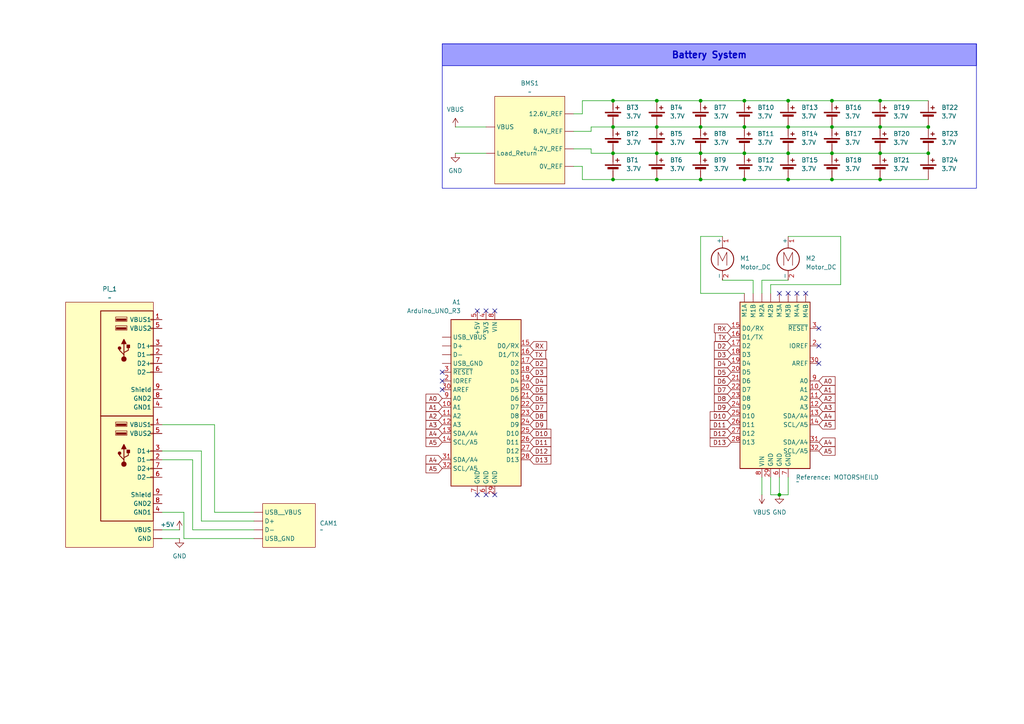
<source format=kicad_sch>
(kicad_sch (version 20231120) (generator "eeschema") (generator_version "8.0")
  (paper "A4")
  (lib_symbols
    (symbol "Device:Battery_Cell" (pin_numbers hide) (pin_names (offset 0) hide)
      (property "Reference" "BT" (at 2.54 2.54 0))
      (property "Value" "Battery_Cell" (at 2.54 0 0))
      (symbol "Battery_Cell_0_1"
        (rectangle (start -2.286 1.778) (end 2.286 1.524) (fill (type outline)))
        (rectangle (start -1.524 1.016) (end 1.524 0.508) (fill (type outline)))
        (polyline (pts (xy 0 0.762) (xy 0 0)))
        (polyline (pts (xy 0 1.778) (xy 0 2.54)))
        (polyline (pts (xy 0.762 3.048) (xy 1.778 3.048)) (stroke (width 0.254)))
        (polyline (pts (xy 1.27 3.556) (xy 1.27 2.54)) (stroke (width 0.254)))
      )
      (symbol "Battery_Cell_1_1"
        (pin passive line (at 0 5.08 270) (length 2.54) (name "+") (number "1"))
        (pin passive line (at 0 -2.54 90) (length 2.54) (name "-") (number "2"))
      )
    )
    (symbol "MCU_Module:Arduino_UNO_R3"
      (property "Reference" "A1" (at 7.2741 27.94 0))
      (property "Value" "Arduino_UNO_R3" (at 7.2741 25.4 0))
      (symbol "Arduino_UNO_R3_0_1"
        (rectangle (start -10.16 22.86) (end 10.16 -25.4) (stroke (width 0.254)) (fill (type background)))
      )
      (symbol "Arduino_UNO_R3_1_1"
        (pin input line (at 12.7 15.24 180) (length 2.54) (name "D+") (number ""))
        (pin input line (at 12.7 12.7 180) (length 2.54) (name "D-") (number ""))
        (pin input line (at 12.7 10.16 180) (length 2.54) (name "USB_GND") (number ""))
        (pin input line (at 12.7 17.78 180) (length 2.54) (name "USB_VBUS") (number ""))
        (pin no_connect line (at -10.16 -20.32 0) (length 2.54) hide (name "NC") (number "1"))
        (pin bidirectional line (at 12.7 -2.54 180) (length 2.54) (name "A1") (number "10"))
        (pin bidirectional line (at 12.7 -5.08 180) (length 2.54) (name "A2") (number "11"))
        (pin bidirectional line (at 12.7 -7.62 180) (length 2.54) (name "A3") (number "12"))
        (pin bidirectional line (at 12.7 -10.16 180) (length 2.54) (name "SDA/A4") (number "13"))
        (pin bidirectional line (at 12.7 -12.7 180) (length 2.54) (name "SCL/A5") (number "14"))
        (pin bidirectional line (at -12.7 15.24 0) (length 2.54) (name "D0/RX") (number "15"))
        (pin bidirectional line (at -12.7 12.7 0) (length 2.54) (name "D1/TX") (number "16"))
        (pin bidirectional line (at -12.7 10.16 0) (length 2.54) (name "D2") (number "17"))
        (pin bidirectional line (at -12.7 7.62 0) (length 2.54) (name "D3") (number "18"))
        (pin bidirectional line (at -12.7 5.08 0) (length 2.54) (name "D4") (number "19"))
        (pin output line (at 12.7 5.08 180) (length 2.54) (name "IOREF") (number "2"))
        (pin bidirectional line (at -12.7 2.54 0) (length 2.54) (name "D5") (number "20"))
        (pin bidirectional line (at -12.7 0 0) (length 2.54) (name "D6") (number "21"))
        (pin bidirectional line (at -12.7 -2.54 0) (length 2.54) (name "D7") (number "22"))
        (pin bidirectional line (at -12.7 -5.08 0) (length 2.54) (name "D8") (number "23"))
        (pin bidirectional line (at -12.7 -7.62 0) (length 2.54) (name "D9") (number "24"))
        (pin bidirectional line (at -12.7 -10.16 0) (length 2.54) (name "D10") (number "25"))
        (pin bidirectional line (at -12.7 -12.7 0) (length 2.54) (name "D11") (number "26"))
        (pin bidirectional line (at -12.7 -15.24 0) (length 2.54) (name "D12") (number "27"))
        (pin bidirectional line (at -12.7 -17.78 0) (length 2.54) (name "D13") (number "28"))
        (pin power_in line (at -2.54 -27.94 90) (length 2.54) (name "GND") (number "29"))
        (pin input line (at 12.7 7.62 180) (length 2.54) (name "~{RESET}") (number "3"))
        (pin input line (at 12.7 2.54 180) (length 2.54) (name "AREF") (number "30"))
        (pin bidirectional line (at 12.7 -17.78 180) (length 2.54) (name "SDA/A4") (number "31"))
        (pin bidirectional line (at 12.7 -20.32 180) (length 2.54) (name "SCL/A5") (number "32"))
        (pin power_out line (at 0 25.4 270) (length 2.54) (name "3V3") (number "4"))
        (pin power_out line (at 2.54 25.4 270) (length 2.54) (name "+5V") (number "5"))
        (pin power_in line (at 0 -27.94 90) (length 2.54) (name "GND") (number "6"))
        (pin power_in line (at 2.54 -27.94 90) (length 2.54) (name "GND") (number "7"))
        (pin power_in line (at -2.54 25.4 270) (length 2.54) (name "VIN") (number "8"))
        (pin bidirectional line (at 12.7 0 180) (length 2.54) (name "A0") (number "9"))
      )
    )
    (symbol "Motor:Motor_DC" (pin_names (offset 0))
      (property "Reference" "M" (at 2.54 2.54 0))
      (property "Value" "Motor_DC" (at 2.54 -5.08 0))
      (symbol "Motor_DC_0_0"
        (polyline (pts (xy -1.27 -3.302) (xy -1.27 0.508) (xy 0 -2.032) (xy 1.27 0.508) (xy 1.27 -3.302)))
      )
      (symbol "Motor_DC_0_1"
        (circle (center 0 -1.524) (radius 3.2512) (stroke (width 0.254)))
        (polyline (pts (xy 0 -7.62) (xy 0 -7.112)))
        (polyline (pts (xy 0 -4.7752) (xy 0 -5.1816)))
        (polyline (pts (xy 0 1.7272) (xy 0 2.0828)))
        (polyline (pts (xy 0 2.032) (xy 0 2.54)))
      )
      (symbol "Motor_DC_1_1"
        (pin passive line (at 0 5.08 270) (length 2.54) (name "+") (number "1"))
        (pin passive line (at 0 -7.62 90) (length 2.54) (name "-") (number "2"))
      )
    )
    (symbol "[TT]Library:CAMERA"
      (property "Reference" "U" (at 0 0 0))
      (symbol "CAMERA_0_1"
        (rectangle (start -7.62 6.35) (end 7.62 -6.35) (fill (type background)))
      )
      (symbol "CAMERA_1_1"
        (pin input line (at -10.16 1.27 0) (length 2.54) (name "D+") (number ""))
        (pin input line (at -10.16 -1.27 0) (length 2.54) (name "D-") (number ""))
        (pin input line (at -10.16 -3.81 0) (length 2.54) (name "USB_GND") (number ""))
        (pin input line (at -10.16 3.81 0) (length 2.54) (name "USB__VBUS") (number ""))
      )
    )
    (symbol "[TT]Library:L298P4CMS"
      (property "Reference" "U" (at 0 0 0))
      (symbol "L298P4CMS_0_1"
        (rectangle (start -10.16 22.86) (end 10.16 -25.4) (stroke (width 0.254)) (fill (type background)))
      )
      (symbol "L298P4CMS_1_1"
        (pin bidirectional line (at -8.89 25.4 270) (length 2.54) (name "M1A") (number ""))
        (pin bidirectional line (at -6.35 25.4 270) (length 2.54) (name "M1B") (number ""))
        (pin bidirectional line (at -3.81 25.4 270) (length 2.54) (name "M2A") (number ""))
        (pin bidirectional line (at -1.27 25.4 270) (length 2.54) (name "M2B") (number ""))
        (pin bidirectional line (at 1.27 25.4 270) (length 2.54) (name "M3A") (number ""))
        (pin bidirectional line (at 3.81 25.4 270) (length 2.54) (name "M3B") (number ""))
        (pin bidirectional line (at 6.35 25.4 270) (length 2.54) (name "M4A") (number ""))
        (pin bidirectional line (at 8.89 25.4 270) (length 2.54) (name "M4B") (number ""))
        (pin bidirectional line (at 12.7 -2.54 180) (length 2.54) (name "A1") (number "10"))
        (pin bidirectional line (at 12.7 -5.08 180) (length 2.54) (name "A2") (number "11"))
        (pin bidirectional line (at 12.7 -7.62 180) (length 2.54) (name "A3") (number "12"))
        (pin bidirectional line (at 12.7 -10.16 180) (length 2.54) (name "SDA/A4") (number "13"))
        (pin bidirectional line (at 12.7 -12.7 180) (length 2.54) (name "SCL/A5") (number "14"))
        (pin bidirectional line (at -12.7 15.24 0) (length 2.54) (name "D0/RX") (number "15"))
        (pin bidirectional line (at -12.7 12.7 0) (length 2.54) (name "D1/TX") (number "16"))
        (pin bidirectional line (at -12.7 10.16 0) (length 2.54) (name "D2") (number "17"))
        (pin input line (at -12.7 7.62 0) (length 2.54) (name "D3") (number "18"))
        (pin input line (at -12.7 5.08 0) (length 2.54) (name "D4") (number "19"))
        (pin output line (at 12.7 10.16 180) (length 2.54) (name "IOREF") (number "2"))
        (pin input line (at -12.7 2.54 0) (length 2.54) (name "D5") (number "20"))
        (pin input line (at -12.7 0 0) (length 2.54) (name "D6") (number "21"))
        (pin input line (at -12.7 -2.54 0) (length 2.54) (name "D7") (number "22"))
        (pin input line (at -12.7 -5.08 0) (length 2.54) (name "D8") (number "23"))
        (pin input line (at -12.7 -7.62 0) (length 2.54) (name "D9") (number "24"))
        (pin input line (at -12.7 -10.16 0) (length 2.54) (name "D10") (number "25"))
        (pin bidirectional line (at -12.7 -12.7 0) (length 2.54) (name "D11") (number "26"))
        (pin bidirectional line (at -12.7 -15.24 0) (length 2.54) (name "D12") (number "27"))
        (pin bidirectional line (at -12.7 -17.78 0) (length 2.54) (name "D13") (number "28"))
        (pin power_in line (at -1.27 -27.94 90) (length 2.54) (name "GND") (number "29"))
        (pin input line (at 12.7 15.24 180) (length 2.54) (name "~{RESET}") (number "3"))
        (pin input line (at 12.7 5.08 180) (length 2.54) (name "AREF") (number "30"))
        (pin bidirectional line (at 12.7 -17.78 180) (length 2.54) (name "SDA/A4") (number "31"))
        (pin bidirectional line (at 12.7 -20.32 180) (length 2.54) (name "SCL/A5") (number "32"))
        (pin power_in line (at 1.27 -27.94 90) (length 2.54) (name "GND") (number "6"))
        (pin power_in line (at 3.81 -27.94 90) (length 2.54) (name "GND") (number "7"))
        (pin power_in line (at -3.81 -27.94 90) (length 2.54) (name "VIN") (number "8"))
        (pin bidirectional line (at 12.7 0 180) (length 2.54) (name "A0") (number "9"))
      )
    )
    (symbol "[TT]Library:PI_5"
      (property "Reference" "Pi_5" (at 0.508 -2.286 0))
      (symbol "PI_5_0_1"
        (rectangle (start -5.08 35.56) (end 20.32 -35.56) (fill (type background)))
        (polyline (pts (xy 11.176 -6.985) (xy 12.446 -6.985) (xy 11.811 -5.715) (xy 11.176 -6.985)) (stroke (width 0.254)) (fill (type outline)))
        (polyline (pts (xy 11.176 23.495) (xy 12.446 23.495) (xy 11.811 24.765) (xy 11.176 23.495)) (stroke (width 0.254)) (fill (type outline)))
        (polyline (pts (xy 11.811 -10.795) (xy 11.811 -10.16) (xy 10.541 -8.89) (xy 10.541 -8.255)) (stroke (width 0.254)))
        (polyline (pts (xy 11.811 -10.16) (xy 11.811 -9.525) (xy 13.081 -8.89) (xy 13.081 -7.62)) (stroke (width 0.254)))
        (polyline (pts (xy 11.811 19.685) (xy 11.811 20.32) (xy 10.541 21.59) (xy 10.541 22.225)) (stroke (width 0.254)))
        (polyline (pts (xy 11.811 20.32) (xy 11.811 20.955) (xy 13.081 21.59) (xy 13.081 22.86)) (stroke (width 0.254)))
        (rectangle (start 5.08 2.54) (end 20.32 -27.94) (stroke (width 0.254)) (fill (type background)))
        (rectangle (start 5.08 33.02) (end 20.32 2.54) (stroke (width 0.254)) (fill (type background)))
        (circle (center 10.541 -8.255) (radius 0.381) (stroke (width 0.254)) (fill (type outline)))
        (circle (center 10.541 22.225) (radius 0.381) (stroke (width 0.254)) (fill (type outline)))
        (circle (center 11.811 -11.43) (radius 0.635) (stroke (width 0.254)) (fill (type outline)))
        (circle (center 11.811 19.05) (radius 0.635) (stroke (width 0.254)) (fill (type outline)))
        (rectangle (start 12.446 -2.794) (end 9.652 -2.286) (fill (type outline)))
        (rectangle (start 12.446 -0.254) (end 9.652 0.254) (fill (type outline)))
        (rectangle (start 12.446 27.686) (end 9.652 28.194) (fill (type outline)))
        (rectangle (start 12.446 30.226) (end 9.652 30.734) (fill (type outline)))
        (rectangle (start 12.7 -7.366) (end 13.462 -8.128) (stroke (width 0.254)) (fill (type outline)))
        (rectangle (start 12.7 -3.048) (end 9.398 -1.778))
        (rectangle (start 12.7 -0.508) (end 9.398 0.762))
        (rectangle (start 12.7 23.114) (end 13.462 22.352) (stroke (width 0.254)) (fill (type outline)))
        (rectangle (start 12.7 27.432) (end 9.398 28.702))
        (rectangle (start 12.7 29.972) (end 9.398 31.242))
        (rectangle (start 20.32 -15.367) (end 19.558 -15.113))
        (rectangle (start 20.32 -12.827) (end 19.558 -12.573))
        (rectangle (start 20.32 -10.287) (end 19.558 -10.033))
        (rectangle (start 20.32 -7.747) (end 19.558 -7.493))
        (rectangle (start 20.32 -2.667) (end 19.558 -2.413))
        (rectangle (start 20.32 -0.127) (end 19.558 0.127))
        (rectangle (start 20.32 15.113) (end 19.558 15.367))
        (rectangle (start 20.32 17.653) (end 19.558 17.907))
        (rectangle (start 20.32 20.193) (end 19.558 20.447))
        (rectangle (start 20.32 22.733) (end 19.558 22.987))
        (rectangle (start 20.32 27.813) (end 19.558 28.067))
        (rectangle (start 20.32 30.353) (end 19.558 30.607))
      )
      (symbol "PI_5_1_1"
        (polyline (pts (xy 11.811 -9.525) (xy 11.811 -6.985)) (stroke (width 0.254)))
        (polyline (pts (xy 11.811 20.955) (xy 11.811 23.495)) (stroke (width 0.254)))
        (pin power_in line (at 22.86 -33.02 180) (length 2.54) (name "GND") (number ""))
        (pin power_in line (at 22.86 -30.48 180) (length 2.54) (name "VBUS") (number ""))
        (pin power_in line (at 22.86 0 180) (length 2.54) (name "VBUS1") (number "1"))
        (pin power_in line (at 22.86 30.48 180) (length 2.54) (name "VBUS1") (number "1"))
        (pin bidirectional line (at 22.86 -10.16 180) (length 2.54) (name "D1-") (number "2"))
        (pin bidirectional line (at 22.86 20.32 180) (length 2.54) (name "D1-") (number "2"))
        (pin bidirectional line (at 22.86 -7.62 180) (length 2.54) (name "D1+") (number "3"))
        (pin bidirectional line (at 22.86 22.86 180) (length 2.54) (name "D1+") (number "3"))
        (pin power_in line (at 22.86 -25.4 180) (length 2.54) (name "GND1") (number "4"))
        (pin power_in line (at 22.86 5.08 180) (length 2.54) (name "GND1") (number "4"))
        (pin power_in line (at 22.86 -2.54 180) (length 2.54) (name "VBUS2") (number "5"))
        (pin power_in line (at 22.86 27.94 180) (length 2.54) (name "VBUS2") (number "5"))
        (pin bidirectional line (at 22.86 -15.24 180) (length 2.54) (name "D2-") (number "6"))
        (pin bidirectional line (at 22.86 15.24 180) (length 2.54) (name "D2-") (number "6"))
        (pin bidirectional line (at 22.86 -12.7 180) (length 2.54) (name "D2+") (number "7"))
        (pin bidirectional line (at 22.86 17.78 180) (length 2.54) (name "D2+") (number "7"))
        (pin power_in line (at 22.86 -22.86 180) (length 2.54) (name "GND2") (number "8"))
        (pin power_in line (at 22.86 7.62 180) (length 2.54) (name "GND2") (number "8"))
        (pin passive line (at 22.86 -20.32 180) (length 2.54) (name "Shield") (number "9"))
        (pin passive line (at 22.86 10.16 180) (length 2.54) (name "Shield") (number "9"))
      )
    )
    (symbol "[TT]Library:bms"
      (property "Reference" "BMS" (at -1.778 -0.254 0))
      (symbol "bms_0_1"
        (rectangle (start -10.16 12.7) (end 10.16 -12.7) (fill (type background)))
      )
      (symbol "bms_1_1"
        (pin bidirectional line (at 12.7 -7.62 180) (length 2.54) (name "0V_REF") (number ""))
        (pin bidirectional line (at 12.7 7.62 180) (length 2.54) (name "12.6V_REF") (number ""))
        (pin bidirectional line (at 12.7 -2.54 180) (length 2.54) (name "4.2V_REF") (number ""))
        (pin bidirectional line (at 12.7 2.54 180) (length 2.54) (name "8.4V_REF") (number ""))
        (pin input line (at -12.7 -3.81 0) (length 2.54) (name "Load_Return") (number ""))
        (pin bidirectional line (at -12.7 3.81 0) (length 2.54) (name "VBUS") (number ""))
      )
    )
    (symbol "power:+5V" (power) (pin_numbers hide) (pin_names (offset 0) hide)
      (property "Value" "+5V" (at 0 3.556 0))
      (symbol "+5V_0_1"
        (polyline (pts (xy -0.762 1.27) (xy 0 2.54)))
        (polyline (pts (xy 0 0) (xy 0 2.54)))
        (polyline (pts (xy 0 2.54) (xy 0.762 1.27)))
      )
      (symbol "+5V_1_1"
        (pin power_in line (at 0 0 90) (length 0) (name "~") (number "1"))
      )
    )
    (symbol "power:GND" (power) (pin_numbers hide) (pin_names (offset 0) hide)
      (property "Value" "GND" (at 0 -3.81 0))
      (symbol "GND_0_1"
        (polyline (pts (xy 0 0) (xy 0 -1.27) (xy 1.27 -1.27) (xy 0 -2.54) (xy -1.27 -1.27) (xy 0 -1.27)))
      )
      (symbol "GND_1_1"
        (pin power_in line (at 0 0 270) (length 0) (name "~") (number "1"))
      )
    )
    (symbol "power:VBUS" (power) (pin_numbers hide) (pin_names (offset 0) hide)
      (property "Value" "VBUS" (at 0 3.556 0))
      (symbol "VBUS_0_1"
        (polyline (pts (xy -0.762 1.27) (xy 0 2.54)))
        (polyline (pts (xy 0 0) (xy 0 2.54)))
        (polyline (pts (xy 0 2.54) (xy 0.762 1.27)))
      )
      (symbol "VBUS_1_1"
        (pin power_in line (at 0 0 90) (length 0) (name "~") (number "1"))
      )
    )
  )
  (junction (at 190.5 44.45))
  (junction (at 255.27 36.83))
  (junction (at 177.8 36.83))
  (junction (at 190.5 36.83))
  (junction (at 241.3 36.83))
  (junction (at 177.8 52.07))
  (junction (at 215.9 29.21))
  (junction (at 241.3 29.21))
  (junction (at 241.3 52.07))
  (junction (at 215.9 36.83))
  (junction (at 255.27 44.45))
  (junction (at 203.2 36.83))
  (junction (at 255.27 29.21))
  (junction (at 255.27 52.07))
  (junction (at 215.9 52.07))
  (junction (at 203.2 52.07))
  (junction (at 177.8 44.45))
  (junction (at 241.3 44.45))
  (junction (at 203.2 29.21))
  (junction (at 215.9 44.45))
  (junction (at 177.8 29.21))
  (junction (at 228.6 29.21))
  (junction (at 228.6 36.83))
  (junction (at 228.6 44.45))
  (junction (at 269.24 36.83))
  (junction (at 190.5 52.07))
  (junction (at 190.5 29.21))
  (junction (at 203.2 44.45))
  (junction (at 226.06 143.51))
  (junction (at 228.6 52.07))
  (junction (at 269.24 44.45))
  (no_connect (at 226.06 85.09))
  (no_connect (at 237.49 100.33))
  (no_connect (at 237.49 95.25))
  (no_connect (at 231.14 85.09))
  (no_connect (at 128.27 107.95))
  (no_connect (at 143.51 143.51))
  (no_connect (at 140.97 90.17))
  (no_connect (at 138.43 143.51))
  (no_connect (at 143.51 90.17))
  (no_connect (at 237.49 105.41))
  (no_connect (at 140.97 143.51))
  (no_connect (at 228.6 85.09))
  (no_connect (at 233.68 85.09))
  (no_connect (at 128.27 110.49))
  (no_connect (at 128.27 113.03))
  (no_connect (at 138.43 90.17))
  (wire (pts (xy 255.27 52.07) (xy 269.24 52.07)))
  (wire (pts (xy 190.5 29.21) (xy 203.2 29.21)))
  (wire (pts (xy 203.2 36.83) (xy 215.9 36.83)))
  (wire (pts (xy 228.6 52.07) (xy 241.3 52.07)))
  (wire (pts (xy 168.91 29.21) (xy 177.8 29.21)))
  (wire (pts (xy 220.98 85.09) (xy 220.98 81.28)))
  (wire (pts (xy 166.37 48.26) (xy 168.91 48.26)))
  (wire (pts (xy 215.9 85.09) (xy 203.2 85.09)))
  (wire (pts (xy 46.99 148.59) (xy 53.34 148.59)))
  (wire (pts (xy 58.42 151.13) (xy 73.66 151.13)))
  (wire (pts (xy 177.8 36.83) (xy 190.5 36.83)))
  (wire (pts (xy 168.91 33.02) (xy 168.91 29.21)))
  (wire (pts (xy 218.44 85.09) (xy 218.44 81.28)))
  (wire (pts (xy 215.9 36.83) (xy 228.6 36.83)))
  (wire (pts (xy 166.37 33.02) (xy 168.91 33.02)))
  (wire (pts (xy 46.99 130.81) (xy 58.42 130.81)))
  (wire (pts (xy 53.34 156.21) (xy 73.66 156.21)))
  (wire (pts (xy 62.23 123.19) (xy 62.23 148.59)))
  (wire (pts (xy 46.99 153.67) (xy 52.07 153.67)))
  (wire (pts (xy 223.52 85.09) (xy 223.52 82.55)))
  (wire (pts (xy 62.23 148.59) (xy 73.66 148.59)))
  (wire (pts (xy 228.6 143.51) (xy 226.06 143.51)))
  (wire (pts (xy 166.37 38.1) (xy 171.45 38.1)))
  (wire (pts (xy 190.5 44.45) (xy 203.2 44.45)))
  (wire (pts (xy 223.52 138.43) (xy 223.52 143.51)))
  (wire (pts (xy 171.45 44.45) (xy 177.8 44.45)))
  (wire (pts (xy 228.6 36.83) (xy 241.3 36.83)))
  (wire (pts (xy 58.42 130.81) (xy 58.42 151.13)))
  (wire (pts (xy 223.52 82.55) (xy 243.84 82.55)))
  (wire (pts (xy 241.3 29.21) (xy 255.27 29.21)))
  (wire (pts (xy 46.99 133.35) (xy 55.88 133.35)))
  (wire (pts (xy 241.3 36.83) (xy 255.27 36.83)))
  (wire (pts (xy 166.37 43.18) (xy 171.45 43.18)))
  (wire (pts (xy 226.06 138.43) (xy 226.06 143.51)))
  (wire (pts (xy 132.08 44.45) (xy 140.97 44.45)))
  (wire (pts (xy 168.91 52.07) (xy 177.8 52.07)))
  (wire (pts (xy 53.34 148.59) (xy 53.34 156.21)))
  (wire (pts (xy 203.2 68.58) (xy 209.55 68.58)))
  (wire (pts (xy 220.98 81.28) (xy 228.6 81.28)))
  (wire (pts (xy 223.52 143.51) (xy 226.06 143.51)))
  (wire (pts (xy 241.3 44.45) (xy 255.27 44.45)))
  (wire (pts (xy 132.08 36.83) (xy 140.97 36.83)))
  (wire (pts (xy 228.6 29.21) (xy 241.3 29.21)))
  (wire (pts (xy 46.99 123.19) (xy 62.23 123.19)))
  (wire (pts (xy 215.9 52.07) (xy 228.6 52.07)))
  (wire (pts (xy 215.9 29.21) (xy 228.6 29.21)))
  (wire (pts (xy 203.2 44.45) (xy 215.9 44.45)))
  (wire (pts (xy 190.5 52.07) (xy 203.2 52.07)))
  (wire (pts (xy 255.27 29.21) (xy 269.24 29.21)))
  (wire (pts (xy 218.44 81.28) (xy 209.55 81.28)))
  (wire (pts (xy 255.27 44.45) (xy 269.24 44.45)))
  (wire (pts (xy 55.88 153.67) (xy 73.66 153.67)))
  (wire (pts (xy 220.98 138.43) (xy 220.98 143.51)))
  (wire (pts (xy 215.9 44.45) (xy 228.6 44.45)))
  (wire (pts (xy 46.99 156.21) (xy 52.07 156.21)))
  (wire (pts (xy 55.88 133.35) (xy 55.88 153.67)))
  (wire (pts (xy 177.8 29.21) (xy 190.5 29.21)))
  (wire (pts (xy 243.84 68.58) (xy 228.6 68.58)))
  (wire (pts (xy 177.8 44.45) (xy 190.5 44.45)))
  (wire (pts (xy 171.45 36.83) (xy 177.8 36.83)))
  (wire (pts (xy 241.3 52.07) (xy 255.27 52.07)))
  (wire (pts (xy 168.91 48.26) (xy 168.91 52.07)))
  (wire (pts (xy 255.27 36.83) (xy 269.24 36.83)))
  (wire (pts (xy 203.2 29.21) (xy 215.9 29.21)))
  (wire (pts (xy 171.45 43.18) (xy 171.45 44.45)))
  (wire (pts (xy 203.2 85.09) (xy 203.2 68.58)))
  (wire (pts (xy 228.6 44.45) (xy 241.3 44.45)))
  (wire (pts (xy 171.45 38.1) (xy 171.45 36.83)))
  (wire (pts (xy 190.5 36.83) (xy 203.2 36.83)))
  (wire (pts (xy 243.84 82.55) (xy 243.84 68.58)))
  (wire (pts (xy 177.8 52.07) (xy 190.5 52.07)))
  (wire (pts (xy 228.6 138.43) (xy 228.6 143.51)))
  (wire (pts (xy 203.2 52.07) (xy 215.9 52.07)))
  (rectangle (start 128.27 12.7) (end 283.21 54.61))
  (text_box "Battery System" (at 128.27 12.7 0) (size 154.94 6.35) (fill (type color) (color 0 0 255 0.38)) (effects (font (size 1.905 1.905) (thickness 0.381) (bold yes))))
  (global_label "D5" (shape input) (at 212.09 107.95 180) (property "Intersheetrefs" "${INTERSHEET_REFS}" (effects (hide yes))))
  (global_label "D6" (shape input) (at 212.09 110.49 180) (property "Intersheetrefs" "${INTERSHEET_REFS}" (effects (hide yes))))
  (global_label "A4" (shape input) (at 237.49 120.65 0) (property "Intersheetrefs" "${INTERSHEET_REFS}" (effects (hide yes))))
  (global_label "RX" (shape input) (at 212.09 95.25 180) (property "Intersheetrefs" "${INTERSHEET_REFS}" (effects (hide yes))))
  (global_label "A3" (shape input) (at 128.27 123.19 180) (property "Intersheetrefs" "${INTERSHEET_REFS}" (effects (hide yes))))
  (global_label "D3" (shape input) (at 153.67 107.95 0) (property "Intersheetrefs" "${INTERSHEET_REFS}" (effects (hide yes))))
  (global_label "D8" (shape input) (at 212.09 115.57 180) (property "Intersheetrefs" "${INTERSHEET_REFS}" (effects (hide yes))))
  (global_label "D5" (shape input) (at 153.67 113.03 0) (property "Intersheetrefs" "${INTERSHEET_REFS}" (effects (hide yes))))
  (global_label "D12" (shape input) (at 212.09 125.73 180) (property "Intersheetrefs" "${INTERSHEET_REFS}" (effects (hide yes))))
  (global_label "D2" (shape input) (at 212.09 100.33 180) (property "Intersheetrefs" "${INTERSHEET_REFS}" (effects (hide yes))))
  (global_label "TX" (shape input) (at 153.67 102.87 0) (property "Intersheetrefs" "${INTERSHEET_REFS}" (effects (hide yes))))
  (global_label "A5" (shape input) (at 128.27 128.27 180) (property "Intersheetrefs" "${INTERSHEET_REFS}" (effects (hide yes))))
  (global_label "A5" (shape input) (at 237.49 130.81 0) (property "Intersheetrefs" "${INTERSHEET_REFS}" (effects (hide yes))))
  (global_label "D4" (shape input) (at 212.09 105.41 180) (property "Intersheetrefs" "${INTERSHEET_REFS}" (effects (hide yes))))
  (global_label "A2" (shape input) (at 237.49 115.57 0) (property "Intersheetrefs" "${INTERSHEET_REFS}" (effects (hide yes))))
  (global_label "D10" (shape input) (at 153.67 125.73 0) (property "Intersheetrefs" "${INTERSHEET_REFS}" (effects (hide yes))))
  (global_label "A2" (shape input) (at 128.27 120.65 180) (property "Intersheetrefs" "${INTERSHEET_REFS}" (effects (hide yes))))
  (global_label "D8" (shape input) (at 153.67 120.65 0) (property "Intersheetrefs" "${INTERSHEET_REFS}" (effects (hide yes))))
  (global_label "D11" (shape input) (at 153.67 128.27 0) (property "Intersheetrefs" "${INTERSHEET_REFS}" (effects (hide yes))))
  (global_label "A3" (shape input) (at 237.49 118.11 0) (property "Intersheetrefs" "${INTERSHEET_REFS}" (effects (hide yes))))
  (global_label "RX" (shape input) (at 153.67 100.33 0) (property "Intersheetrefs" "${INTERSHEET_REFS}" (effects (hide yes))))
  (global_label "A4" (shape input) (at 128.27 125.73 180) (property "Intersheetrefs" "${INTERSHEET_REFS}" (effects (hide yes))))
  (global_label "A1" (shape input) (at 128.27 118.11 180) (property "Intersheetrefs" "${INTERSHEET_REFS}" (effects (hide yes))))
  (global_label "D9" (shape input) (at 153.67 123.19 0) (property "Intersheetrefs" "${INTERSHEET_REFS}" (effects (hide yes))))
  (global_label "D4" (shape input) (at 153.67 110.49 0) (property "Intersheetrefs" "${INTERSHEET_REFS}" (effects (hide yes))))
  (global_label "D10" (shape input) (at 212.09 120.65 180) (property "Intersheetrefs" "${INTERSHEET_REFS}" (effects (hide yes))))
  (global_label "D13" (shape input) (at 153.67 133.35 0) (property "Intersheetrefs" "${INTERSHEET_REFS}" (effects (hide yes))))
  (global_label "D7" (shape input) (at 212.09 113.03 180) (property "Intersheetrefs" "${INTERSHEET_REFS}" (effects (hide yes))))
  (global_label "D7" (shape input) (at 153.67 118.11 0) (property "Intersheetrefs" "${INTERSHEET_REFS}" (effects (hide yes))))
  (global_label "A1" (shape input) (at 237.49 113.03 0) (property "Intersheetrefs" "${INTERSHEET_REFS}" (effects (hide yes))))
  (global_label "D9" (shape input) (at 212.09 118.11 180) (property "Intersheetrefs" "${INTERSHEET_REFS}" (effects (hide yes))))
  (global_label "D3" (shape input) (at 212.09 102.87 180) (property "Intersheetrefs" "${INTERSHEET_REFS}" (effects (hide yes))))
  (global_label "D13" (shape input) (at 212.09 128.27 180) (property "Intersheetrefs" "${INTERSHEET_REFS}" (effects (hide yes))))
  (global_label "A0" (shape input) (at 128.27 115.57 180) (property "Intersheetrefs" "${INTERSHEET_REFS}" (effects (hide yes))))
  (global_label "A4" (shape input) (at 128.27 133.35 180) (property "Intersheetrefs" "${INTERSHEET_REFS}" (effects (hide yes))))
  (global_label "A4" (shape input) (at 237.49 128.27 0) (property "Intersheetrefs" "${INTERSHEET_REFS}" (effects (hide yes))))
  (global_label "A0" (shape input) (at 237.49 110.49 0) (property "Intersheetrefs" "${INTERSHEET_REFS}" (effects (hide yes))))
  (global_label "A5" (shape input) (at 237.49 123.19 0) (property "Intersheetrefs" "${INTERSHEET_REFS}" (effects (hide yes))))
  (global_label "D11" (shape input) (at 212.09 123.19 180) (property "Intersheetrefs" "${INTERSHEET_REFS}" (effects (hide yes))))
  (global_label "A5" (shape input) (at 128.27 135.89 180) (property "Intersheetrefs" "${INTERSHEET_REFS}" (effects (hide yes))))
  (global_label "D12" (shape input) (at 153.67 130.81 0) (property "Intersheetrefs" "${INTERSHEET_REFS}" (effects (hide yes))))
  (global_label "D6" (shape input) (at 153.67 115.57 0) (property "Intersheetrefs" "${INTERSHEET_REFS}" (effects (hide yes))))
  (global_label "D2" (shape input) (at 153.67 105.41 0) (property "Intersheetrefs" "${INTERSHEET_REFS}" (effects (hide yes))))
  (global_label "TX" (shape input) (at 212.09 97.79 180) (property "Intersheetrefs" "${INTERSHEET_REFS}" (effects (hide yes))))
  (symbol (lib_id "Device:Battery_Cell") (at 269.24 49.53 0) (unit 1)
    (property "Reference" "BT24" (at 273.05 46.4184 0) (effects (justify left)))
    (property "Value" "3.7V" (at 273.05 48.9584 0) (effects (justify left)))
    (property "Description" "Single-cell battery" (effects (hide yes)))
  )
  (symbol (lib_id "power:VBUS") (at 220.98 143.51 180) (unit 1)
    (property "Reference" "#PWR05" (effects (hide yes)))
    (property "Value" "VBUS" (at 220.98 148.59 0))
    (property "Description" "Power symbol creates a global label with name \"VBUS\"" (effects (hide yes)))
  )
  (symbol (lib_id "Device:Battery_Cell") (at 269.24 34.29 0) (unit 1)
    (property "Reference" "BT22" (at 273.05 31.1784 0) (effects (justify left)))
    (property "Value" "3.7V" (at 273.05 33.7184 0) (effects (justify left)))
    (property "Description" "Single-cell battery" (effects (hide yes)))
  )
  (symbol (lib_id "[TT]Library:CAMERA") (at 83.82 152.4 0) (unit 1)
    (property "Reference" "CAM1" (at 92.71 151.7649 0) (effects (justify left)))
    (property "Value" "~" (at 92.71 153.67 0) (effects (justify left)))
  )
  (symbol (lib_id "Device:Battery_Cell") (at 269.24 41.91 0) (unit 1)
    (property "Reference" "BT23" (at 273.05 38.7984 0) (effects (justify left)))
    (property "Value" "3.7V" (at 273.05 41.3384 0) (effects (justify left)))
    (property "Description" "Single-cell battery" (effects (hide yes)))
  )
  (symbol (lib_id "Device:Battery_Cell") (at 203.2 49.53 0) (unit 1)
    (property "Reference" "BT9" (at 207.01 46.4184 0) (effects (justify left)))
    (property "Value" "3.7V" (at 207.01 48.9584 0) (effects (justify left)))
    (property "Description" "Single-cell battery" (effects (hide yes)))
  )
  (symbol (lib_id "Device:Battery_Cell") (at 241.3 34.29 0) (unit 1)
    (property "Reference" "BT16" (at 245.11 31.1784 0) (effects (justify left)))
    (property "Value" "3.7V" (at 245.11 33.7184 0) (effects (justify left)))
    (property "Description" "Single-cell battery" (effects (hide yes)))
  )
  (symbol (lib_id "Device:Battery_Cell") (at 203.2 41.91 0) (unit 1)
    (property "Reference" "BT8" (at 207.01 38.7984 0) (effects (justify left)))
    (property "Value" "3.7V" (at 207.01 41.3384 0) (effects (justify left)))
    (property "Description" "Single-cell battery" (effects (hide yes)))
  )
  (symbol (lib_id "Device:Battery_Cell") (at 190.5 34.29 0) (unit 1)
    (property "Reference" "BT4" (at 194.31 31.1784 0) (effects (justify left)))
    (property "Value" "3.7V" (at 194.31 33.7184 0) (effects (justify left)))
    (property "Description" "Single-cell battery" (effects (hide yes)))
  )
  (symbol (lib_id "Device:Battery_Cell") (at 190.5 49.53 0) (unit 1)
    (property "Reference" "BT6" (at 194.31 46.4184 0) (effects (justify left)))
    (property "Value" "3.7V" (at 194.31 48.9584 0) (effects (justify left)))
    (property "Description" "Single-cell battery" (effects (hide yes)))
  )
  (symbol (lib_id "Device:Battery_Cell") (at 255.27 49.53 0) (unit 1)
    (property "Reference" "BT21" (at 259.08 46.4184 0) (effects (justify left)))
    (property "Value" "3.7V" (at 259.08 48.9584 0) (effects (justify left)))
    (property "Description" "Single-cell battery" (effects (hide yes)))
  )
  (symbol (lib_id "power:GND") (at 226.06 143.51 0) (unit 1)
    (property "Reference" "#PWR06" (effects (hide yes)))
    (property "Value" "GND" (at 226.06 148.59 0))
    (property "Description" "Power symbol creates a global label with name \"GND\" , ground" (effects (hide yes)))
  )
  (symbol (lib_id "[TT]Library:bms") (at 153.67 40.64 0) (unit 1)
    (property "Reference" "BMS1" (at 153.67 24.13 0))
    (property "Value" "~" (at 153.67 26.67 0))
  )
  (symbol (lib_id "Device:Battery_Cell") (at 177.8 41.91 0) (unit 1)
    (property "Reference" "BT2" (at 181.61 38.7984 0) (effects (justify left)))
    (property "Value" "3.7V" (at 181.61 41.3384 0) (effects (justify left)))
    (property "Description" "Single-cell battery" (effects (hide yes)))
  )
  (symbol (lib_id "Device:Battery_Cell") (at 215.9 34.29 0) (unit 1)
    (property "Reference" "BT10" (at 219.71 31.1784 0) (effects (justify left)))
    (property "Value" "3.7V" (at 219.71 33.7184 0) (effects (justify left)))
    (property "Description" "Single-cell battery" (effects (hide yes)))
  )
  (symbol (lib_id "Device:Battery_Cell") (at 203.2 34.29 0) (unit 1)
    (property "Reference" "BT7" (at 207.01 31.1784 0) (effects (justify left)))
    (property "Value" "3.7V" (at 207.01 33.7184 0) (effects (justify left)))
    (property "Description" "Single-cell battery" (effects (hide yes)))
  )
  (symbol (lib_id "Device:Battery_Cell") (at 241.3 49.53 0) (unit 1)
    (property "Reference" "BT18" (at 245.11 46.4184 0) (effects (justify left)))
    (property "Value" "3.7V" (at 245.11 48.9584 0) (effects (justify left)))
    (property "Description" "Single-cell battery" (effects (hide yes)))
  )
  (symbol (lib_id "Motor:Motor_DC") (at 228.6 73.66 0) (unit 1)
    (property "Reference" "M2" (at 233.68 74.9299 0) (effects (justify left)))
    (property "Value" "Motor_DC" (at 233.68 77.4699 0) (effects (justify left)))
    (property "Description" "DC Motor" (effects (hide yes)))
  )
  (symbol (lib_id "Device:Battery_Cell") (at 228.6 41.91 0) (unit 1)
    (property "Reference" "BT14" (at 232.41 38.7984 0) (effects (justify left)))
    (property "Value" "3.7V" (at 232.41 41.3384 0) (effects (justify left)))
    (property "Description" "Single-cell battery" (effects (hide yes)))
  )
  (symbol (lib_id "Device:Battery_Cell") (at 228.6 34.29 0) (unit 1)
    (property "Reference" "BT13" (at 232.41 31.1784 0) (effects (justify left)))
    (property "Value" "3.7V" (at 232.41 33.7184 0) (effects (justify left)))
    (property "Description" "Single-cell battery" (effects (hide yes)))
  )
  (symbol (lib_id "Motor:Motor_DC") (at 209.55 73.66 0) (unit 1)
    (property "Reference" "M1" (at 214.63 74.9299 0) (effects (justify left)))
    (property "Value" "Motor_DC" (at 214.63 77.4699 0) (effects (justify left)))
    (property "Description" "DC Motor" (effects (hide yes)))
  )
  (symbol (lib_id "power:GND") (at 132.08 44.45 0) (unit 1)
    (property "Reference" "#PWR01" (effects (hide yes)))
    (property "Value" "GND" (at 132.08 49.53 0))
    (property "Description" "Power symbol creates a global label with name \"GND\" , ground" (effects (hide yes)))
  )
  (symbol (lib_id "power:VBUS") (at 132.08 36.83 0) (unit 1)
    (property "Reference" "#PWR02" (effects (hide yes)))
    (property "Value" "VBUS" (at 132.08 31.75 0))
    (property "Description" "Power symbol creates a global label with name \"VBUS\"" (effects (hide yes)))
  )
  (symbol (lib_id "Device:Battery_Cell") (at 177.8 34.29 0) (unit 1)
    (property "Reference" "BT3" (at 181.61 31.1784 0) (effects (justify left)))
    (property "Value" "3.7V" (at 181.61 33.7184 0) (effects (justify left)))
    (property "Description" "Single-cell battery" (effects (hide yes)))
  )
  (symbol (lib_id "power:+5V") (at 52.07 153.67 0) (unit 1)
    (property "Reference" "#PWR03" (effects (hide yes)))
    (property "Value" "+5V" (at 46.482 152.146 0) (effects (justify left)))
    (property "Description" "Power symbol creates a global label with name \"+5V\"" (effects (hide yes)))
  )
  (symbol (lib_id "Device:Battery_Cell") (at 190.5 41.91 0) (unit 1)
    (property "Reference" "BT5" (at 194.31 38.7984 0) (effects (justify left)))
    (property "Value" "3.7V" (at 194.31 41.3384 0) (effects (justify left)))
    (property "Description" "Single-cell battery" (effects (hide yes)))
  )
  (symbol (lib_id "Device:Battery_Cell") (at 228.6 49.53 0) (unit 1)
    (property "Reference" "BT15" (at 232.41 46.4184 0) (effects (justify left)))
    (property "Value" "3.7V" (at 232.41 48.9584 0) (effects (justify left)))
    (property "Description" "Single-cell battery" (effects (hide yes)))
  )
  (symbol (lib_id "[TT]Library:L298P4CMS") (at 224.79 110.49 0) (unit 1)
    (property "Reference" "MOTORSHEILD" (at 230.7941 138.43 0) (show_name yes) (effects (justify left)))
    (property "Value" "~" (at 230.7941 139.7 0) (effects (justify left)))
  )
  (symbol (lib_id "[TT]Library:PI_5") (at 24.13 123.19 0) (unit 1)
    (property "Reference" "Pi_1" (at 31.8135 83.82 0))
    (property "Value" "~" (at 31.8135 86.36 0))
  )
  (symbol (lib_id "MCU_Module:Arduino_UNO_R3") (at 140.97 115.57 0) (mirror y) (unit 1)
    (property "Reference" "A1" (at 133.6959 87.63 0) (effects (justify left)))
    (property "Value" "Arduino_UNO_R3" (at 133.6959 90.17 0) (effects (justify left)))
    (property "Footprint" "Module:Arduino_UNO_R3" (effects (hide yes)))
    (property "Datasheet" "https://www.arduino.cc/en/Main/arduinoBoardUno" (effects (hide yes)))
    (property "Description" "Arduino UNO Microcontroller Module, release 3" (effects (hide yes)))
  )
  (symbol (lib_id "Device:Battery_Cell") (at 177.8 49.53 0) (unit 1)
    (property "Reference" "BT1" (at 181.61 46.4184 0) (effects (justify left)))
    (property "Value" "3.7V" (at 181.61 48.9584 0) (effects (justify left)))
    (property "Description" "Single-cell battery" (effects (hide yes)))
  )
  (symbol (lib_id "Device:Battery_Cell") (at 255.27 34.29 0) (unit 1)
    (property "Reference" "BT19" (at 259.08 31.1784 0) (effects (justify left)))
    (property "Value" "3.7V" (at 259.08 33.7184 0) (effects (justify left)))
    (property "Description" "Single-cell battery" (effects (hide yes)))
  )
  (symbol (lib_id "Device:Battery_Cell") (at 215.9 49.53 0) (unit 1)
    (property "Reference" "BT12" (at 219.71 46.4184 0) (effects (justify left)))
    (property "Value" "3.7V" (at 219.71 48.9584 0) (effects (justify left)))
    (property "Description" "Single-cell battery" (effects (hide yes)))
  )
  (symbol (lib_id "Device:Battery_Cell") (at 255.27 41.91 0) (unit 1)
    (property "Reference" "BT20" (at 259.08 38.7984 0) (effects (justify left)))
    (property "Value" "3.7V" (at 259.08 41.3384 0) (effects (justify left)))
    (property "Description" "Single-cell battery" (effects (hide yes)))
  )
  (symbol (lib_id "Device:Battery_Cell") (at 215.9 41.91 0) (unit 1)
    (property "Reference" "BT11" (at 219.71 38.7984 0) (effects (justify left)))
    (property "Value" "3.7V" (at 219.71 41.3384 0) (effects (justify left)))
    (property "Description" "Single-cell battery" (effects (hide yes)))
  )
  (symbol (lib_id "Device:Battery_Cell") (at 241.3 41.91 0) (unit 1)
    (property "Reference" "BT17" (at 245.11 38.7984 0) (effects (justify left)))
    (property "Value" "3.7V" (at 245.11 41.3384 0) (effects (justify left)))
    (property "Description" "Single-cell battery" (effects (hide yes)))
  )
  (symbol (lib_id "power:GND") (at 52.07 156.21 0) (unit 1)
    (property "Reference" "#PWR04" (effects (hide yes)))
    (property "Value" "GND" (at 52.07 161.29 0))
    (property "Description" "Power symbol creates a global label with name \"GND\" , ground" (effects (hide yes)))
  )
)
</source>
